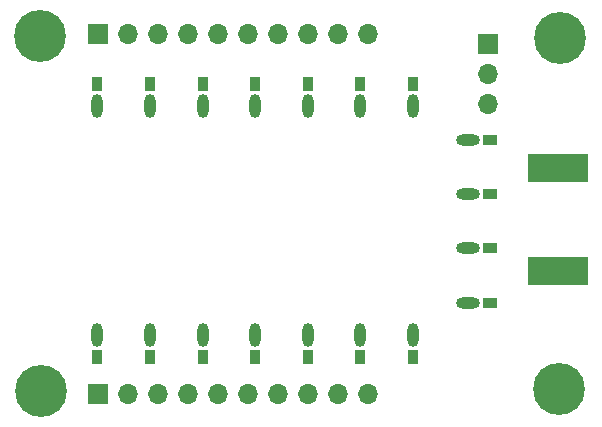
<source format=gbr>
%TF.GenerationSoftware,KiCad,Pcbnew,8.0.4*%
%TF.CreationDate,2024-07-23T12:10:32-05:00*%
%TF.ProjectId,sa8x8-breakout,73613878-382d-4627-9265-616b6f75742e,rev?*%
%TF.SameCoordinates,Original*%
%TF.FileFunction,Soldermask,Bot*%
%TF.FilePolarity,Negative*%
%FSLAX46Y46*%
G04 Gerber Fmt 4.6, Leading zero omitted, Abs format (unit mm)*
G04 Created by KiCad (PCBNEW 8.0.4) date 2024-07-23 12:10:32*
%MOMM*%
%LPD*%
G01*
G04 APERTURE LIST*
%ADD10C,0.700000*%
%ADD11C,4.400000*%
%ADD12O,2.000000X0.950000*%
%ADD13R,1.300000X0.900000*%
%ADD14R,1.700000X1.700000*%
%ADD15O,1.700000X1.700000*%
%ADD16O,0.950000X2.000000*%
%ADD17R,0.900000X1.300000*%
%ADD18R,5.080000X2.420000*%
G04 APERTURE END LIST*
D10*
%TO.C,REF3*%
X130637594Y-103879080D03*
X131120868Y-102712354D03*
X131120868Y-105045806D03*
X132287594Y-102229080D03*
D11*
X132287594Y-103879080D03*
D10*
X132287594Y-105529080D03*
X133454320Y-102712354D03*
X133454320Y-105045806D03*
X133937594Y-103879080D03*
%TD*%
D12*
%TO.C,J5*%
X168500534Y-96401419D03*
X168500534Y-91801419D03*
X168500534Y-87201419D03*
X168500534Y-82601419D03*
D13*
X170350534Y-96401419D03*
X170350534Y-91801419D03*
X170350534Y-87201419D03*
X170350534Y-82601419D03*
%TD*%
D14*
%TO.C,JP2*%
X170169246Y-74518430D03*
D15*
X170169246Y-77058430D03*
X170169246Y-79598430D03*
%TD*%
D10*
%TO.C,REF2*%
X174606986Y-73972015D03*
X175090260Y-72805289D03*
X175090260Y-75138741D03*
X176256986Y-72322015D03*
D11*
X176256986Y-73972015D03*
D10*
X176256986Y-75622015D03*
X177423712Y-72805289D03*
X177423712Y-75138741D03*
X177906986Y-73972015D03*
%TD*%
D16*
%TO.C,J4*%
X163803844Y-79743255D03*
X159353844Y-79743255D03*
X154903844Y-79743255D03*
X150453844Y-79743255D03*
X146003844Y-79743255D03*
X141553844Y-79743255D03*
X137103844Y-79743255D03*
D17*
X163803844Y-77893255D03*
X159353844Y-77893255D03*
X154903844Y-77893255D03*
X150453844Y-77893255D03*
X146003844Y-77893255D03*
X141553844Y-77893255D03*
X137103844Y-77893255D03*
%TD*%
D18*
%TO.C,J3*%
X176097887Y-93733425D03*
X176097887Y-84973425D03*
%TD*%
D10*
%TO.C,REF1*%
X130615465Y-73869715D03*
X131098739Y-72702989D03*
X131098739Y-75036441D03*
X132265465Y-72219715D03*
D11*
X132265465Y-73869715D03*
D10*
X132265465Y-75519715D03*
X133432191Y-72702989D03*
X133432191Y-75036441D03*
X133915465Y-73869715D03*
%TD*%
D16*
%TO.C,J6*%
X137101526Y-99132648D03*
X141551526Y-99132648D03*
X146001526Y-99132648D03*
X150451526Y-99132648D03*
X154901526Y-99132648D03*
X159351526Y-99132648D03*
X163801526Y-99132648D03*
D17*
X137101526Y-100982648D03*
X141551526Y-100982648D03*
X146001526Y-100982648D03*
X150451526Y-100982648D03*
X154901526Y-100982648D03*
X159351526Y-100982648D03*
X163801526Y-100982648D03*
%TD*%
D10*
%TO.C,REF4*%
X174500000Y-103728194D03*
X174983274Y-102561468D03*
X174983274Y-104894920D03*
X176150000Y-102078194D03*
D11*
X176150000Y-103728194D03*
D10*
X176150000Y-105378194D03*
X177316726Y-102561468D03*
X177316726Y-104894920D03*
X177800000Y-103728194D03*
%TD*%
D14*
%TO.C,J1*%
X137160000Y-73660000D03*
D15*
X139700000Y-73660000D03*
X142240000Y-73660000D03*
X144780000Y-73660000D03*
X147320000Y-73660000D03*
X149860000Y-73660000D03*
X152400000Y-73660000D03*
X154940000Y-73660000D03*
X157480000Y-73660000D03*
X160020000Y-73660000D03*
%TD*%
D14*
%TO.C,J2*%
X137160000Y-104140000D03*
D15*
X139700000Y-104140000D03*
X142240000Y-104140000D03*
X144780000Y-104140000D03*
X147320000Y-104140000D03*
X149860000Y-104140000D03*
X152400000Y-104140000D03*
X154940000Y-104140000D03*
X157480000Y-104140000D03*
X160020000Y-104140000D03*
%TD*%
M02*

</source>
